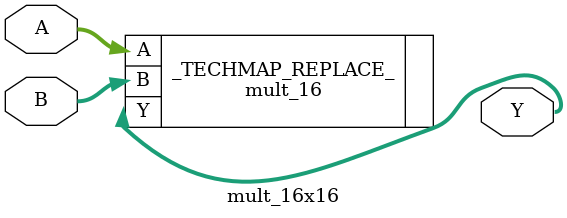
<source format=v>
module mult_8x8 (
  input [0:15] A,
  input [0:15] B,
  output [0:31] Y
);
  parameter A_SIGNED = 0;
  parameter B_SIGNED = 0;
  parameter A_WIDTH = 0;
  parameter B_WIDTH = 0;
  parameter Y_WIDTH = 0;

  mult_8 #(.MODE(1'b1)) _TECHMAP_REPLACE_ (
    .A    (A),
    .B    (B),
    .Y    (Y) );

endmodule

//-----------------------------
// 16-bit multiplier
//-----------------------------
module mult_16x16 (
  input [0:15] A,
  input [0:15] B,
  output [0:31] Y
);
  parameter A_SIGNED = 0;
  parameter B_SIGNED = 0;
  parameter A_WIDTH = 0;
  parameter B_WIDTH = 0;
  parameter Y_WIDTH = 0;

  mult_16 #(.MODE(1'b0)) _TECHMAP_REPLACE_ (
    .A    (A),
    .B    (B),
    .Y    (Y) );

endmodule

</source>
